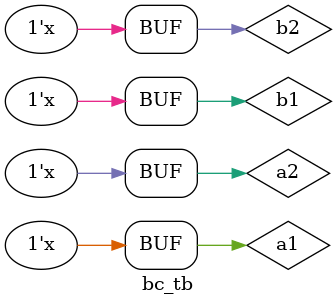
<source format=v>
`timescale 1ns / 1ps


module bc_tb;
reg a1,a2,b1,b2;
wire f1,f2,f3;
bc u_bc(
.a1(a1), .b1(b1), .a2(a2), .b2(b2), .f1(f1), .f2(f2), .f3(f3)
);
initial begin
    a1=1'b0;
    b1=1'b0;
    a2=1'b0;
    b2=1'b0;      
    
end
always @(a1 or b1 or a2 or b2)begin
    a1 <= #80 ~a1;
    a2 <= #40 ~a2;
    b1 <= #20 ~b1;
    b2 <= #10 ~b2;   
 end
endmodule

</source>
